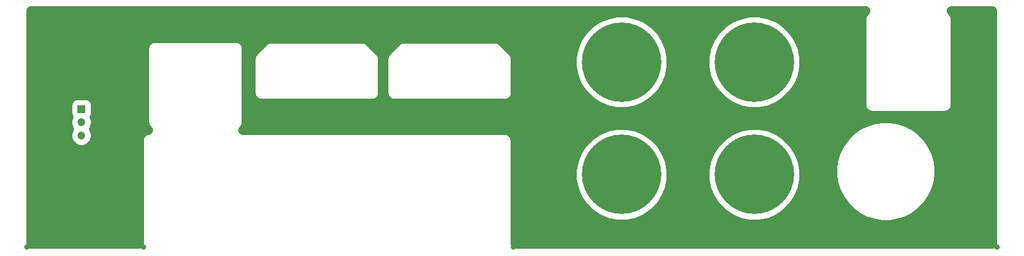
<source format=gbr>
%TF.GenerationSoftware,KiCad,Pcbnew,(5.1.12)-1*%
%TF.CreationDate,2022-01-10T16:23:42+03:00*%
%TF.ProjectId,ADAU1701_backpanel,41444155-3137-4303-915f-6261636b7061,rev?*%
%TF.SameCoordinates,Original*%
%TF.FileFunction,Copper,L1,Top*%
%TF.FilePolarity,Positive*%
%FSLAX46Y46*%
G04 Gerber Fmt 4.6, Leading zero omitted, Abs format (unit mm)*
G04 Created by KiCad (PCBNEW (5.1.12)-1) date 2022-01-10 16:23:42*
%MOMM*%
%LPD*%
G01*
G04 APERTURE LIST*
%TA.AperFunction,ComponentPad*%
%ADD10C,5.000000*%
%TD*%
%TA.AperFunction,ConnectorPad*%
%ADD11C,12.000000*%
%TD*%
%TA.AperFunction,ComponentPad*%
%ADD12C,1.200000*%
%TD*%
%TA.AperFunction,ComponentPad*%
%ADD13R,1.200000X1.200000*%
%TD*%
%TA.AperFunction,ViaPad*%
%ADD14C,0.800000*%
%TD*%
%TA.AperFunction,Conductor*%
%ADD15C,1.400000*%
%TD*%
%TA.AperFunction,Conductor*%
%ADD16C,0.100000*%
%TD*%
G04 APERTURE END LIST*
D10*
%TO.P,REF\u002A\u002A,1*%
%TO.N,N/C*%
X142800000Y-109500000D03*
D11*
X142800000Y-109500000D03*
%TD*%
%TO.P,REF\u002A\u002A,1*%
%TO.N,N/C*%
X142800000Y-126500000D03*
D10*
X142800000Y-126500000D03*
%TD*%
%TO.P,REF\u002A\u002A,1*%
%TO.N,N/C*%
X162850000Y-126500000D03*
D11*
X162850000Y-126500000D03*
%TD*%
%TO.P,REF\u002A\u002A,1*%
%TO.N,N/C*%
X162850000Y-109500000D03*
D10*
X162850000Y-109500000D03*
%TD*%
D12*
%TO.P,REF\u002A\u002A,3*%
%TO.N,N/C*%
X61200000Y-120600000D03*
%TO.P,REF\u002A\u002A,2*%
X61200000Y-118600000D03*
D13*
%TO.P,REF\u002A\u002A,1*%
X61200000Y-116600000D03*
%TD*%
D14*
%TO.N,GND*%
X126450000Y-137500000D03*
X199500000Y-137500000D03*
X53000000Y-137500000D03*
X70550000Y-137500000D03*
%TD*%
D15*
%TO.N,GND*%
X179481382Y-101881482D02*
X179287687Y-102117500D01*
X179143759Y-102386771D01*
X179055128Y-102678947D01*
X179025201Y-102982800D01*
X179032701Y-103058948D01*
X179032700Y-115907661D01*
X179025201Y-115983800D01*
X179055128Y-116287653D01*
X179143759Y-116579829D01*
X179287687Y-116849100D01*
X179461637Y-117061059D01*
X179481382Y-117085118D01*
X179717400Y-117278813D01*
X179986671Y-117422741D01*
X180278847Y-117511372D01*
X180582700Y-117541299D01*
X180658838Y-117533800D01*
X191573862Y-117533800D01*
X191650000Y-117541299D01*
X191726138Y-117533800D01*
X191953853Y-117511372D01*
X192246029Y-117422741D01*
X192515300Y-117278813D01*
X192751318Y-117085118D01*
X192945013Y-116849100D01*
X193088941Y-116579829D01*
X193177572Y-116287653D01*
X193207499Y-115983800D01*
X193200000Y-115907662D01*
X193200000Y-103058938D01*
X193207499Y-102982800D01*
X193177572Y-102678947D01*
X193088941Y-102386771D01*
X192945013Y-102117500D01*
X192751318Y-101881482D01*
X192591107Y-101750000D01*
X198750000Y-101750000D01*
X198750001Y-137000000D01*
X126700600Y-137000000D01*
X126700600Y-125761315D01*
X135300000Y-125761315D01*
X135300000Y-127238685D01*
X135588221Y-128687669D01*
X136153586Y-130052582D01*
X136974370Y-131280971D01*
X138019029Y-132325630D01*
X139247418Y-133146414D01*
X140612331Y-133711779D01*
X142061315Y-134000000D01*
X143538685Y-134000000D01*
X144987669Y-133711779D01*
X146352582Y-133146414D01*
X147580971Y-132325630D01*
X148625630Y-131280971D01*
X149446414Y-130052582D01*
X150011779Y-128687669D01*
X150300000Y-127238685D01*
X150300000Y-125761315D01*
X155350000Y-125761315D01*
X155350000Y-127238685D01*
X155638221Y-128687669D01*
X156203586Y-130052582D01*
X157024370Y-131280971D01*
X158069029Y-132325630D01*
X159297418Y-133146414D01*
X160662331Y-133711779D01*
X162111315Y-134000000D01*
X163588685Y-134000000D01*
X165037669Y-133711779D01*
X166402582Y-133146414D01*
X167630971Y-132325630D01*
X168675630Y-131280971D01*
X169496414Y-130052582D01*
X170061779Y-128687669D01*
X170350000Y-127238685D01*
X170350000Y-125761315D01*
X170271534Y-125366835D01*
X174654877Y-125366835D01*
X174654877Y-126633165D01*
X174852975Y-127883904D01*
X175244292Y-129088255D01*
X175819194Y-130216563D01*
X176563524Y-131241046D01*
X177458954Y-132136476D01*
X178483437Y-132880806D01*
X179611745Y-133455708D01*
X180816096Y-133847025D01*
X182066835Y-134045123D01*
X183333165Y-134045123D01*
X184583904Y-133847025D01*
X185788255Y-133455708D01*
X186916563Y-132880806D01*
X187941046Y-132136476D01*
X188836476Y-131241046D01*
X189580806Y-130216563D01*
X190155708Y-129088255D01*
X190547025Y-127883904D01*
X190745123Y-126633165D01*
X190745123Y-125366835D01*
X190547025Y-124116096D01*
X190155708Y-122911745D01*
X189580806Y-121783437D01*
X188836476Y-120758954D01*
X187941046Y-119863524D01*
X186916563Y-119119194D01*
X185788255Y-118544292D01*
X184583904Y-118152975D01*
X183333165Y-117954877D01*
X182066835Y-117954877D01*
X180816096Y-118152975D01*
X179611745Y-118544292D01*
X178483437Y-119119194D01*
X177458954Y-119863524D01*
X176563524Y-120758954D01*
X175819194Y-121783437D01*
X175244292Y-122911745D01*
X174852975Y-124116096D01*
X174654877Y-125366835D01*
X170271534Y-125366835D01*
X170061779Y-124312331D01*
X169496414Y-122947418D01*
X168675630Y-121719029D01*
X167630971Y-120674370D01*
X166402582Y-119853586D01*
X165037669Y-119288221D01*
X163588685Y-119000000D01*
X162111315Y-119000000D01*
X160662331Y-119288221D01*
X159297418Y-119853586D01*
X158069029Y-120674370D01*
X157024370Y-121719029D01*
X156203586Y-122947418D01*
X155638221Y-124312331D01*
X155350000Y-125761315D01*
X150300000Y-125761315D01*
X150011779Y-124312331D01*
X149446414Y-122947418D01*
X148625630Y-121719029D01*
X147580971Y-120674370D01*
X146352582Y-119853586D01*
X144987669Y-119288221D01*
X143538685Y-119000000D01*
X142061315Y-119000000D01*
X140612331Y-119288221D01*
X139247418Y-119853586D01*
X138019029Y-120674370D01*
X136974370Y-121719029D01*
X136153586Y-122947418D01*
X135588221Y-124312331D01*
X135300000Y-125761315D01*
X126700600Y-125761315D01*
X126700600Y-121377438D01*
X126708099Y-121301300D01*
X126678172Y-120997447D01*
X126589541Y-120705271D01*
X126445613Y-120436000D01*
X126251918Y-120199982D01*
X126015900Y-120006287D01*
X125746629Y-119862359D01*
X125454453Y-119773728D01*
X125226738Y-119751300D01*
X125150600Y-119743801D01*
X125074462Y-119751300D01*
X85590415Y-119751300D01*
X85651318Y-119701318D01*
X85845013Y-119465300D01*
X85988941Y-119196029D01*
X86077572Y-118903853D01*
X86107499Y-118600000D01*
X86100000Y-118523862D01*
X86100000Y-114200000D01*
X86792501Y-114200000D01*
X86822428Y-114503853D01*
X86911059Y-114796029D01*
X87054987Y-115065300D01*
X87248682Y-115301318D01*
X87484700Y-115495013D01*
X87753971Y-115638941D01*
X88046147Y-115727572D01*
X88273862Y-115750000D01*
X88350000Y-115757499D01*
X88426138Y-115750000D01*
X105073862Y-115750000D01*
X105150000Y-115757499D01*
X105226138Y-115750000D01*
X105453853Y-115727572D01*
X105746029Y-115638941D01*
X106015300Y-115495013D01*
X106251318Y-115301318D01*
X106445013Y-115065300D01*
X106588941Y-114796029D01*
X106677572Y-114503853D01*
X106707499Y-114200000D01*
X106843101Y-114200000D01*
X106873028Y-114503853D01*
X106961659Y-114796029D01*
X107105587Y-115065300D01*
X107299282Y-115301318D01*
X107535300Y-115495013D01*
X107804571Y-115638941D01*
X108096747Y-115727572D01*
X108324462Y-115750000D01*
X108400600Y-115757499D01*
X108476738Y-115750000D01*
X125124462Y-115750000D01*
X125200600Y-115757499D01*
X125276738Y-115750000D01*
X125504453Y-115727572D01*
X125796629Y-115638941D01*
X126065900Y-115495013D01*
X126301918Y-115301318D01*
X126495613Y-115065300D01*
X126639541Y-114796029D01*
X126728172Y-114503853D01*
X126758099Y-114200000D01*
X126750600Y-114123862D01*
X126750600Y-109076127D01*
X126758098Y-108999999D01*
X126750600Y-108923871D01*
X126750600Y-108923862D01*
X126734591Y-108761315D01*
X135300000Y-108761315D01*
X135300000Y-110238685D01*
X135588221Y-111687669D01*
X136153586Y-113052582D01*
X136974370Y-114280971D01*
X138019029Y-115325630D01*
X139247418Y-116146414D01*
X140612331Y-116711779D01*
X142061315Y-117000000D01*
X143538685Y-117000000D01*
X144987669Y-116711779D01*
X146352582Y-116146414D01*
X147580971Y-115325630D01*
X148625630Y-114280971D01*
X149446414Y-113052582D01*
X150011779Y-111687669D01*
X150300000Y-110238685D01*
X150300000Y-108761315D01*
X155350000Y-108761315D01*
X155350000Y-110238685D01*
X155638221Y-111687669D01*
X156203586Y-113052582D01*
X157024370Y-114280971D01*
X158069029Y-115325630D01*
X159297418Y-116146414D01*
X160662331Y-116711779D01*
X162111315Y-117000000D01*
X163588685Y-117000000D01*
X165037669Y-116711779D01*
X166402582Y-116146414D01*
X167630971Y-115325630D01*
X168675630Y-114280971D01*
X169496414Y-113052582D01*
X170061779Y-111687669D01*
X170350000Y-110238685D01*
X170350000Y-108761315D01*
X170061779Y-107312331D01*
X169496414Y-105947418D01*
X168675630Y-104719029D01*
X167630971Y-103674370D01*
X166402582Y-102853586D01*
X165037669Y-102288221D01*
X163588685Y-102000000D01*
X162111315Y-102000000D01*
X160662331Y-102288221D01*
X159297418Y-102853586D01*
X158069029Y-103674370D01*
X157024370Y-104719029D01*
X156203586Y-105947418D01*
X155638221Y-107312331D01*
X155350000Y-108761315D01*
X150300000Y-108761315D01*
X150011779Y-107312331D01*
X149446414Y-105947418D01*
X148625630Y-104719029D01*
X147580971Y-103674370D01*
X146352582Y-102853586D01*
X144987669Y-102288221D01*
X143538685Y-102000000D01*
X142061315Y-102000000D01*
X140612331Y-102288221D01*
X139247418Y-102853586D01*
X138019029Y-103674370D01*
X136974370Y-104719029D01*
X136153586Y-105947418D01*
X135588221Y-107312331D01*
X135300000Y-108761315D01*
X126734591Y-108761315D01*
X126728172Y-108696147D01*
X126639541Y-108403971D01*
X126495613Y-108134700D01*
X126301918Y-107898682D01*
X126242779Y-107850148D01*
X124850457Y-106457827D01*
X124801918Y-106398682D01*
X124565900Y-106204987D01*
X124296629Y-106061059D01*
X124004453Y-105972428D01*
X123776738Y-105950000D01*
X123776728Y-105950000D01*
X123700600Y-105942502D01*
X123624472Y-105950000D01*
X109976727Y-105950000D01*
X109900599Y-105942502D01*
X109824471Y-105950000D01*
X109824462Y-105950000D01*
X109596747Y-105972428D01*
X109304571Y-106061059D01*
X109035300Y-106204987D01*
X108799282Y-106398682D01*
X108750747Y-106457822D01*
X107358427Y-107850143D01*
X107299282Y-107898682D01*
X107219392Y-107996029D01*
X107105587Y-108134700D01*
X106982329Y-108365301D01*
X106961659Y-108403972D01*
X106873028Y-108696148D01*
X106850600Y-108923863D01*
X106850600Y-108923872D01*
X106843102Y-109000000D01*
X106850600Y-109076128D01*
X106850601Y-114123852D01*
X106843101Y-114200000D01*
X106707499Y-114200000D01*
X106700000Y-114123862D01*
X106700000Y-109076127D01*
X106707498Y-108999999D01*
X106700000Y-108923871D01*
X106700000Y-108923862D01*
X106677572Y-108696147D01*
X106588941Y-108403971D01*
X106445013Y-108134700D01*
X106251318Y-107898682D01*
X106192179Y-107850148D01*
X104799857Y-106457827D01*
X104751318Y-106398682D01*
X104515300Y-106204987D01*
X104246029Y-106061059D01*
X103953853Y-105972428D01*
X103726138Y-105950000D01*
X103726128Y-105950000D01*
X103650000Y-105942502D01*
X103573872Y-105950000D01*
X89926127Y-105950000D01*
X89849999Y-105942502D01*
X89773871Y-105950000D01*
X89773862Y-105950000D01*
X89546147Y-105972428D01*
X89253971Y-106061059D01*
X88984700Y-106204987D01*
X88748682Y-106398682D01*
X88700147Y-106457822D01*
X87307827Y-107850143D01*
X87248682Y-107898682D01*
X87168792Y-107996029D01*
X87054987Y-108134700D01*
X86931729Y-108365301D01*
X86911059Y-108403972D01*
X86822428Y-108696148D01*
X86800000Y-108923863D01*
X86800000Y-108923872D01*
X86792502Y-109000000D01*
X86800000Y-109076128D01*
X86800001Y-114123852D01*
X86792501Y-114200000D01*
X86100000Y-114200000D01*
X86100000Y-107476138D01*
X86107499Y-107400000D01*
X86077572Y-107096147D01*
X85988941Y-106803971D01*
X85845013Y-106534700D01*
X85651318Y-106298682D01*
X85415300Y-106104987D01*
X85146029Y-105961059D01*
X84853853Y-105872428D01*
X84626138Y-105850000D01*
X84550000Y-105842501D01*
X84473862Y-105850000D01*
X72326138Y-105850000D01*
X72250000Y-105842501D01*
X72173862Y-105850000D01*
X71946147Y-105872428D01*
X71653971Y-105961059D01*
X71384700Y-106104987D01*
X71148682Y-106298682D01*
X70954987Y-106534700D01*
X70811059Y-106803971D01*
X70722428Y-107096147D01*
X70692501Y-107400000D01*
X70700000Y-107476138D01*
X70700001Y-118423853D01*
X70700000Y-118423863D01*
X70700000Y-118523862D01*
X70692501Y-118600000D01*
X70722428Y-118903853D01*
X70811059Y-119196029D01*
X70954987Y-119465300D01*
X71148682Y-119701318D01*
X71227188Y-119765746D01*
X71146147Y-119773728D01*
X70853971Y-119862359D01*
X70584700Y-120006287D01*
X70348682Y-120199982D01*
X70154987Y-120436000D01*
X70011059Y-120705271D01*
X69922428Y-120997447D01*
X69892501Y-121301300D01*
X69900000Y-121377438D01*
X69900001Y-137000000D01*
X53550000Y-137000000D01*
X53550000Y-116000000D01*
X59092743Y-116000000D01*
X59092743Y-117200000D01*
X59121705Y-117494051D01*
X59207476Y-117776802D01*
X59241551Y-117840551D01*
X59180702Y-117987453D01*
X59100000Y-118393168D01*
X59100000Y-118806832D01*
X59180702Y-119212547D01*
X59339004Y-119594723D01*
X59342530Y-119600000D01*
X59339004Y-119605277D01*
X59180702Y-119987453D01*
X59100000Y-120393168D01*
X59100000Y-120806832D01*
X59180702Y-121212547D01*
X59339004Y-121594723D01*
X59568823Y-121938672D01*
X59861328Y-122231177D01*
X60205277Y-122460996D01*
X60587453Y-122619298D01*
X60993168Y-122700000D01*
X61406832Y-122700000D01*
X61812547Y-122619298D01*
X62194723Y-122460996D01*
X62538672Y-122231177D01*
X62831177Y-121938672D01*
X63060996Y-121594723D01*
X63219298Y-121212547D01*
X63300000Y-120806832D01*
X63300000Y-120393168D01*
X63219298Y-119987453D01*
X63060996Y-119605277D01*
X63057470Y-119600000D01*
X63060996Y-119594723D01*
X63219298Y-119212547D01*
X63300000Y-118806832D01*
X63300000Y-118393168D01*
X63219298Y-117987453D01*
X63158449Y-117840551D01*
X63192524Y-117776802D01*
X63278295Y-117494051D01*
X63307257Y-117200000D01*
X63307257Y-116000000D01*
X63278295Y-115705949D01*
X63192524Y-115423198D01*
X63053238Y-115162613D01*
X62865792Y-114934208D01*
X62637387Y-114746762D01*
X62376802Y-114607476D01*
X62094051Y-114521705D01*
X61800000Y-114492743D01*
X60600000Y-114492743D01*
X60305949Y-114521705D01*
X60023198Y-114607476D01*
X59762613Y-114746762D01*
X59534208Y-114934208D01*
X59346762Y-115162613D01*
X59207476Y-115423198D01*
X59121705Y-115705949D01*
X59092743Y-116000000D01*
X53550000Y-116000000D01*
X53550000Y-101750000D01*
X179641593Y-101750000D01*
X179481382Y-101881482D01*
%TA.AperFunction,Conductor*%
D16*
G36*
X179481382Y-101881482D02*
G01*
X179287687Y-102117500D01*
X179143759Y-102386771D01*
X179055128Y-102678947D01*
X179025201Y-102982800D01*
X179032701Y-103058948D01*
X179032700Y-115907661D01*
X179025201Y-115983800D01*
X179055128Y-116287653D01*
X179143759Y-116579829D01*
X179287687Y-116849100D01*
X179461637Y-117061059D01*
X179481382Y-117085118D01*
X179717400Y-117278813D01*
X179986671Y-117422741D01*
X180278847Y-117511372D01*
X180582700Y-117541299D01*
X180658838Y-117533800D01*
X191573862Y-117533800D01*
X191650000Y-117541299D01*
X191726138Y-117533800D01*
X191953853Y-117511372D01*
X192246029Y-117422741D01*
X192515300Y-117278813D01*
X192751318Y-117085118D01*
X192945013Y-116849100D01*
X193088941Y-116579829D01*
X193177572Y-116287653D01*
X193207499Y-115983800D01*
X193200000Y-115907662D01*
X193200000Y-103058938D01*
X193207499Y-102982800D01*
X193177572Y-102678947D01*
X193088941Y-102386771D01*
X192945013Y-102117500D01*
X192751318Y-101881482D01*
X192591107Y-101750000D01*
X198750000Y-101750000D01*
X198750001Y-137000000D01*
X126700600Y-137000000D01*
X126700600Y-125761315D01*
X135300000Y-125761315D01*
X135300000Y-127238685D01*
X135588221Y-128687669D01*
X136153586Y-130052582D01*
X136974370Y-131280971D01*
X138019029Y-132325630D01*
X139247418Y-133146414D01*
X140612331Y-133711779D01*
X142061315Y-134000000D01*
X143538685Y-134000000D01*
X144987669Y-133711779D01*
X146352582Y-133146414D01*
X147580971Y-132325630D01*
X148625630Y-131280971D01*
X149446414Y-130052582D01*
X150011779Y-128687669D01*
X150300000Y-127238685D01*
X150300000Y-125761315D01*
X155350000Y-125761315D01*
X155350000Y-127238685D01*
X155638221Y-128687669D01*
X156203586Y-130052582D01*
X157024370Y-131280971D01*
X158069029Y-132325630D01*
X159297418Y-133146414D01*
X160662331Y-133711779D01*
X162111315Y-134000000D01*
X163588685Y-134000000D01*
X165037669Y-133711779D01*
X166402582Y-133146414D01*
X167630971Y-132325630D01*
X168675630Y-131280971D01*
X169496414Y-130052582D01*
X170061779Y-128687669D01*
X170350000Y-127238685D01*
X170350000Y-125761315D01*
X170271534Y-125366835D01*
X174654877Y-125366835D01*
X174654877Y-126633165D01*
X174852975Y-127883904D01*
X175244292Y-129088255D01*
X175819194Y-130216563D01*
X176563524Y-131241046D01*
X177458954Y-132136476D01*
X178483437Y-132880806D01*
X179611745Y-133455708D01*
X180816096Y-133847025D01*
X182066835Y-134045123D01*
X183333165Y-134045123D01*
X184583904Y-133847025D01*
X185788255Y-133455708D01*
X186916563Y-132880806D01*
X187941046Y-132136476D01*
X188836476Y-131241046D01*
X189580806Y-130216563D01*
X190155708Y-129088255D01*
X190547025Y-127883904D01*
X190745123Y-126633165D01*
X190745123Y-125366835D01*
X190547025Y-124116096D01*
X190155708Y-122911745D01*
X189580806Y-121783437D01*
X188836476Y-120758954D01*
X187941046Y-119863524D01*
X186916563Y-119119194D01*
X185788255Y-118544292D01*
X184583904Y-118152975D01*
X183333165Y-117954877D01*
X182066835Y-117954877D01*
X180816096Y-118152975D01*
X179611745Y-118544292D01*
X178483437Y-119119194D01*
X177458954Y-119863524D01*
X176563524Y-120758954D01*
X175819194Y-121783437D01*
X175244292Y-122911745D01*
X174852975Y-124116096D01*
X174654877Y-125366835D01*
X170271534Y-125366835D01*
X170061779Y-124312331D01*
X169496414Y-122947418D01*
X168675630Y-121719029D01*
X167630971Y-120674370D01*
X166402582Y-119853586D01*
X165037669Y-119288221D01*
X163588685Y-119000000D01*
X162111315Y-119000000D01*
X160662331Y-119288221D01*
X159297418Y-119853586D01*
X158069029Y-120674370D01*
X157024370Y-121719029D01*
X156203586Y-122947418D01*
X155638221Y-124312331D01*
X155350000Y-125761315D01*
X150300000Y-125761315D01*
X150011779Y-124312331D01*
X149446414Y-122947418D01*
X148625630Y-121719029D01*
X147580971Y-120674370D01*
X146352582Y-119853586D01*
X144987669Y-119288221D01*
X143538685Y-119000000D01*
X142061315Y-119000000D01*
X140612331Y-119288221D01*
X139247418Y-119853586D01*
X138019029Y-120674370D01*
X136974370Y-121719029D01*
X136153586Y-122947418D01*
X135588221Y-124312331D01*
X135300000Y-125761315D01*
X126700600Y-125761315D01*
X126700600Y-121377438D01*
X126708099Y-121301300D01*
X126678172Y-120997447D01*
X126589541Y-120705271D01*
X126445613Y-120436000D01*
X126251918Y-120199982D01*
X126015900Y-120006287D01*
X125746629Y-119862359D01*
X125454453Y-119773728D01*
X125226738Y-119751300D01*
X125150600Y-119743801D01*
X125074462Y-119751300D01*
X85590415Y-119751300D01*
X85651318Y-119701318D01*
X85845013Y-119465300D01*
X85988941Y-119196029D01*
X86077572Y-118903853D01*
X86107499Y-118600000D01*
X86100000Y-118523862D01*
X86100000Y-114200000D01*
X86792501Y-114200000D01*
X86822428Y-114503853D01*
X86911059Y-114796029D01*
X87054987Y-115065300D01*
X87248682Y-115301318D01*
X87484700Y-115495013D01*
X87753971Y-115638941D01*
X88046147Y-115727572D01*
X88273862Y-115750000D01*
X88350000Y-115757499D01*
X88426138Y-115750000D01*
X105073862Y-115750000D01*
X105150000Y-115757499D01*
X105226138Y-115750000D01*
X105453853Y-115727572D01*
X105746029Y-115638941D01*
X106015300Y-115495013D01*
X106251318Y-115301318D01*
X106445013Y-115065300D01*
X106588941Y-114796029D01*
X106677572Y-114503853D01*
X106707499Y-114200000D01*
X106843101Y-114200000D01*
X106873028Y-114503853D01*
X106961659Y-114796029D01*
X107105587Y-115065300D01*
X107299282Y-115301318D01*
X107535300Y-115495013D01*
X107804571Y-115638941D01*
X108096747Y-115727572D01*
X108324462Y-115750000D01*
X108400600Y-115757499D01*
X108476738Y-115750000D01*
X125124462Y-115750000D01*
X125200600Y-115757499D01*
X125276738Y-115750000D01*
X125504453Y-115727572D01*
X125796629Y-115638941D01*
X126065900Y-115495013D01*
X126301918Y-115301318D01*
X126495613Y-115065300D01*
X126639541Y-114796029D01*
X126728172Y-114503853D01*
X126758099Y-114200000D01*
X126750600Y-114123862D01*
X126750600Y-109076127D01*
X126758098Y-108999999D01*
X126750600Y-108923871D01*
X126750600Y-108923862D01*
X126734591Y-108761315D01*
X135300000Y-108761315D01*
X135300000Y-110238685D01*
X135588221Y-111687669D01*
X136153586Y-113052582D01*
X136974370Y-114280971D01*
X138019029Y-115325630D01*
X139247418Y-116146414D01*
X140612331Y-116711779D01*
X142061315Y-117000000D01*
X143538685Y-117000000D01*
X144987669Y-116711779D01*
X146352582Y-116146414D01*
X147580971Y-115325630D01*
X148625630Y-114280971D01*
X149446414Y-113052582D01*
X150011779Y-111687669D01*
X150300000Y-110238685D01*
X150300000Y-108761315D01*
X155350000Y-108761315D01*
X155350000Y-110238685D01*
X155638221Y-111687669D01*
X156203586Y-113052582D01*
X157024370Y-114280971D01*
X158069029Y-115325630D01*
X159297418Y-116146414D01*
X160662331Y-116711779D01*
X162111315Y-117000000D01*
X163588685Y-117000000D01*
X165037669Y-116711779D01*
X166402582Y-116146414D01*
X167630971Y-115325630D01*
X168675630Y-114280971D01*
X169496414Y-113052582D01*
X170061779Y-111687669D01*
X170350000Y-110238685D01*
X170350000Y-108761315D01*
X170061779Y-107312331D01*
X169496414Y-105947418D01*
X168675630Y-104719029D01*
X167630971Y-103674370D01*
X166402582Y-102853586D01*
X165037669Y-102288221D01*
X163588685Y-102000000D01*
X162111315Y-102000000D01*
X160662331Y-102288221D01*
X159297418Y-102853586D01*
X158069029Y-103674370D01*
X157024370Y-104719029D01*
X156203586Y-105947418D01*
X155638221Y-107312331D01*
X155350000Y-108761315D01*
X150300000Y-108761315D01*
X150011779Y-107312331D01*
X149446414Y-105947418D01*
X148625630Y-104719029D01*
X147580971Y-103674370D01*
X146352582Y-102853586D01*
X144987669Y-102288221D01*
X143538685Y-102000000D01*
X142061315Y-102000000D01*
X140612331Y-102288221D01*
X139247418Y-102853586D01*
X138019029Y-103674370D01*
X136974370Y-104719029D01*
X136153586Y-105947418D01*
X135588221Y-107312331D01*
X135300000Y-108761315D01*
X126734591Y-108761315D01*
X126728172Y-108696147D01*
X126639541Y-108403971D01*
X126495613Y-108134700D01*
X126301918Y-107898682D01*
X126242779Y-107850148D01*
X124850457Y-106457827D01*
X124801918Y-106398682D01*
X124565900Y-106204987D01*
X124296629Y-106061059D01*
X124004453Y-105972428D01*
X123776738Y-105950000D01*
X123776728Y-105950000D01*
X123700600Y-105942502D01*
X123624472Y-105950000D01*
X109976727Y-105950000D01*
X109900599Y-105942502D01*
X109824471Y-105950000D01*
X109824462Y-105950000D01*
X109596747Y-105972428D01*
X109304571Y-106061059D01*
X109035300Y-106204987D01*
X108799282Y-106398682D01*
X108750747Y-106457822D01*
X107358427Y-107850143D01*
X107299282Y-107898682D01*
X107219392Y-107996029D01*
X107105587Y-108134700D01*
X106982329Y-108365301D01*
X106961659Y-108403972D01*
X106873028Y-108696148D01*
X106850600Y-108923863D01*
X106850600Y-108923872D01*
X106843102Y-109000000D01*
X106850600Y-109076128D01*
X106850601Y-114123852D01*
X106843101Y-114200000D01*
X106707499Y-114200000D01*
X106700000Y-114123862D01*
X106700000Y-109076127D01*
X106707498Y-108999999D01*
X106700000Y-108923871D01*
X106700000Y-108923862D01*
X106677572Y-108696147D01*
X106588941Y-108403971D01*
X106445013Y-108134700D01*
X106251318Y-107898682D01*
X106192179Y-107850148D01*
X104799857Y-106457827D01*
X104751318Y-106398682D01*
X104515300Y-106204987D01*
X104246029Y-106061059D01*
X103953853Y-105972428D01*
X103726138Y-105950000D01*
X103726128Y-105950000D01*
X103650000Y-105942502D01*
X103573872Y-105950000D01*
X89926127Y-105950000D01*
X89849999Y-105942502D01*
X89773871Y-105950000D01*
X89773862Y-105950000D01*
X89546147Y-105972428D01*
X89253971Y-106061059D01*
X88984700Y-106204987D01*
X88748682Y-106398682D01*
X88700147Y-106457822D01*
X87307827Y-107850143D01*
X87248682Y-107898682D01*
X87168792Y-107996029D01*
X87054987Y-108134700D01*
X86931729Y-108365301D01*
X86911059Y-108403972D01*
X86822428Y-108696148D01*
X86800000Y-108923863D01*
X86800000Y-108923872D01*
X86792502Y-109000000D01*
X86800000Y-109076128D01*
X86800001Y-114123852D01*
X86792501Y-114200000D01*
X86100000Y-114200000D01*
X86100000Y-107476138D01*
X86107499Y-107400000D01*
X86077572Y-107096147D01*
X85988941Y-106803971D01*
X85845013Y-106534700D01*
X85651318Y-106298682D01*
X85415300Y-106104987D01*
X85146029Y-105961059D01*
X84853853Y-105872428D01*
X84626138Y-105850000D01*
X84550000Y-105842501D01*
X84473862Y-105850000D01*
X72326138Y-105850000D01*
X72250000Y-105842501D01*
X72173862Y-105850000D01*
X71946147Y-105872428D01*
X71653971Y-105961059D01*
X71384700Y-106104987D01*
X71148682Y-106298682D01*
X70954987Y-106534700D01*
X70811059Y-106803971D01*
X70722428Y-107096147D01*
X70692501Y-107400000D01*
X70700000Y-107476138D01*
X70700001Y-118423853D01*
X70700000Y-118423863D01*
X70700000Y-118523862D01*
X70692501Y-118600000D01*
X70722428Y-118903853D01*
X70811059Y-119196029D01*
X70954987Y-119465300D01*
X71148682Y-119701318D01*
X71227188Y-119765746D01*
X71146147Y-119773728D01*
X70853971Y-119862359D01*
X70584700Y-120006287D01*
X70348682Y-120199982D01*
X70154987Y-120436000D01*
X70011059Y-120705271D01*
X69922428Y-120997447D01*
X69892501Y-121301300D01*
X69900000Y-121377438D01*
X69900001Y-137000000D01*
X53550000Y-137000000D01*
X53550000Y-116000000D01*
X59092743Y-116000000D01*
X59092743Y-117200000D01*
X59121705Y-117494051D01*
X59207476Y-117776802D01*
X59241551Y-117840551D01*
X59180702Y-117987453D01*
X59100000Y-118393168D01*
X59100000Y-118806832D01*
X59180702Y-119212547D01*
X59339004Y-119594723D01*
X59342530Y-119600000D01*
X59339004Y-119605277D01*
X59180702Y-119987453D01*
X59100000Y-120393168D01*
X59100000Y-120806832D01*
X59180702Y-121212547D01*
X59339004Y-121594723D01*
X59568823Y-121938672D01*
X59861328Y-122231177D01*
X60205277Y-122460996D01*
X60587453Y-122619298D01*
X60993168Y-122700000D01*
X61406832Y-122700000D01*
X61812547Y-122619298D01*
X62194723Y-122460996D01*
X62538672Y-122231177D01*
X62831177Y-121938672D01*
X63060996Y-121594723D01*
X63219298Y-121212547D01*
X63300000Y-120806832D01*
X63300000Y-120393168D01*
X63219298Y-119987453D01*
X63060996Y-119605277D01*
X63057470Y-119600000D01*
X63060996Y-119594723D01*
X63219298Y-119212547D01*
X63300000Y-118806832D01*
X63300000Y-118393168D01*
X63219298Y-117987453D01*
X63158449Y-117840551D01*
X63192524Y-117776802D01*
X63278295Y-117494051D01*
X63307257Y-117200000D01*
X63307257Y-116000000D01*
X63278295Y-115705949D01*
X63192524Y-115423198D01*
X63053238Y-115162613D01*
X62865792Y-114934208D01*
X62637387Y-114746762D01*
X62376802Y-114607476D01*
X62094051Y-114521705D01*
X61800000Y-114492743D01*
X60600000Y-114492743D01*
X60305949Y-114521705D01*
X60023198Y-114607476D01*
X59762613Y-114746762D01*
X59534208Y-114934208D01*
X59346762Y-115162613D01*
X59207476Y-115423198D01*
X59121705Y-115705949D01*
X59092743Y-116000000D01*
X53550000Y-116000000D01*
X53550000Y-101750000D01*
X179641593Y-101750000D01*
X179481382Y-101881482D01*
G37*
%TD.AperFunction*%
%TD*%
M02*

</source>
